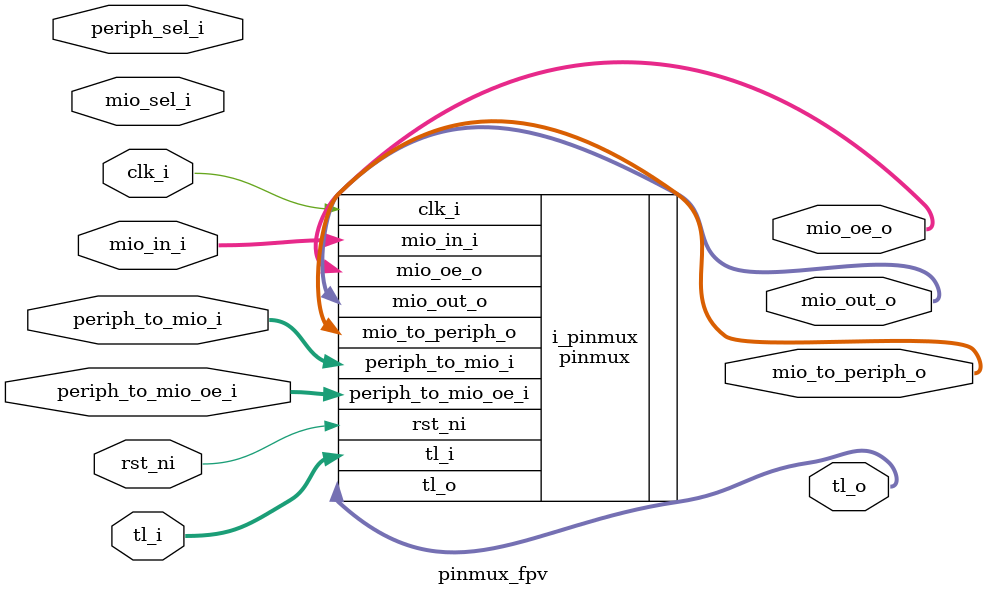
<source format=v>
module pinmux_fpv (
	clk_i,
	rst_ni,
	tl_i,
	tl_o,
	periph_to_mio_i,
	periph_to_mio_oe_i,
	mio_to_periph_o,
	mio_out_o,
	mio_oe_o,
	mio_in_i,
	periph_sel_i,
	mio_sel_i
);
	localparam signed [31:0] pinmux_reg_pkg_NPeriphIn = 32;
	localparam signed [31:0] pinmux_reg_pkg_NPeriphOut = 32;
	localparam signed [31:0] pinmux_reg_pkg_NMioPads = 32;
	localparam top_pkg_TL_AW = 32;
	localparam top_pkg_TL_DW = 32;
	localparam top_pkg_TL_AIW = 8;
	localparam top_pkg_TL_DIW = 1;
	localparam top_pkg_TL_DUW = 16;
	localparam top_pkg_TL_DBW = (top_pkg_TL_DW >> 3);
	localparam top_pkg_TL_SZW = $clog2(($clog2((32 >> 3)) + 1));
	input clk_i;
	input rst_ni;
	input wire [(((((((7 + (((top_pkg_TL_SZW - 1) >= 0) ? top_pkg_TL_SZW : (2 - top_pkg_TL_SZW))) + top_pkg_TL_AIW) + top_pkg_TL_AW) + (((top_pkg_TL_DBW - 1) >= 0) ? top_pkg_TL_DBW : (2 - top_pkg_TL_DBW))) + top_pkg_TL_DW) + 17) - 1):0] tl_i;
	output wire [(((((((7 + (((top_pkg_TL_SZW - 1) >= 0) ? top_pkg_TL_SZW : (2 - top_pkg_TL_SZW))) + top_pkg_TL_AIW) + top_pkg_TL_DIW) + top_pkg_TL_DW) + top_pkg_TL_DUW) + 2) - 1):0] tl_o;
	input [(pinmux_reg_pkg_NPeriphOut - 1):0] periph_to_mio_i;
	input [(pinmux_reg_pkg_NPeriphOut - 1):0] periph_to_mio_oe_i;
	output wire [(pinmux_reg_pkg_NPeriphIn - 1):0] mio_to_periph_o;
	output wire [(pinmux_reg_pkg_NMioPads - 1):0] mio_out_o;
	output wire [(pinmux_reg_pkg_NMioPads - 1):0] mio_oe_o;
	input [(pinmux_reg_pkg_NMioPads - 1):0] mio_in_i;
	input [(5 - 1):0] periph_sel_i;
	input [(5 - 1):0] mio_sel_i;
	pinmux i_pinmux(
		.clk_i(clk_i),
		.rst_ni(rst_ni),
		.tl_i(tl_i),
		.tl_o(tl_o),
		.periph_to_mio_i(periph_to_mio_i),
		.periph_to_mio_oe_i(periph_to_mio_oe_i),
		.mio_to_periph_o(mio_to_periph_o),
		.mio_out_o(mio_out_o),
		.mio_oe_o(mio_oe_o),
		.mio_in_i(mio_in_i)
	);
endmodule

</source>
